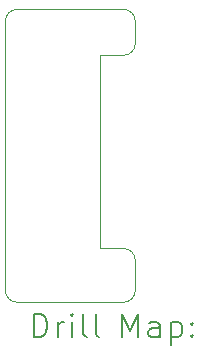
<source format=gbr>
%TF.GenerationSoftware,KiCad,Pcbnew,(7.0.0)*%
%TF.CreationDate,2023-02-28T22:47:43+01:00*%
%TF.ProjectId,N64-DENC-NUS-Adapter-Castellated,4e36342d-4445-44e4-932d-4e55532d4164,rev?*%
%TF.SameCoordinates,Original*%
%TF.FileFunction,Drillmap*%
%TF.FilePolarity,Positive*%
%FSLAX45Y45*%
G04 Gerber Fmt 4.5, Leading zero omitted, Abs format (unit mm)*
G04 Created by KiCad (PCBNEW (7.0.0)) date 2023-02-28 22:47:43*
%MOMM*%
%LPD*%
G01*
G04 APERTURE LIST*
%ADD10C,0.100000*%
%ADD11C,0.200000*%
G04 APERTURE END LIST*
D10*
X19300000Y-10610000D02*
G75*
G03*
X19400000Y-10510000I0J100000D01*
G01*
X18300000Y-10510000D02*
X18300000Y-8230000D01*
X18300000Y-10510000D02*
G75*
G03*
X18400000Y-10610000I100000J0D01*
G01*
X19100000Y-8520000D02*
X19100000Y-10155000D01*
X19100000Y-8520000D02*
X19300000Y-8520000D01*
X19400000Y-10255000D02*
X19400000Y-10510000D01*
X19400000Y-8230000D02*
X19400000Y-8420000D01*
X19300000Y-8520000D02*
G75*
G03*
X19400000Y-8420000I0J100000D01*
G01*
X19300000Y-10155000D02*
X19100000Y-10155000D01*
X19400000Y-8230000D02*
G75*
G03*
X19300000Y-8130000I-100000J0D01*
G01*
X18400000Y-8130000D02*
G75*
G03*
X18300000Y-8230000I0J-100000D01*
G01*
X18400000Y-8130000D02*
X19300000Y-8130000D01*
X19300000Y-10610000D02*
X18400000Y-10610000D01*
X19400000Y-10255000D02*
G75*
G03*
X19300000Y-10155000I-100000J0D01*
G01*
D11*
X18542619Y-10908476D02*
X18542619Y-10708476D01*
X18542619Y-10708476D02*
X18590238Y-10708476D01*
X18590238Y-10708476D02*
X18618810Y-10718000D01*
X18618810Y-10718000D02*
X18637857Y-10737048D01*
X18637857Y-10737048D02*
X18647381Y-10756095D01*
X18647381Y-10756095D02*
X18656905Y-10794190D01*
X18656905Y-10794190D02*
X18656905Y-10822762D01*
X18656905Y-10822762D02*
X18647381Y-10860857D01*
X18647381Y-10860857D02*
X18637857Y-10879905D01*
X18637857Y-10879905D02*
X18618810Y-10898952D01*
X18618810Y-10898952D02*
X18590238Y-10908476D01*
X18590238Y-10908476D02*
X18542619Y-10908476D01*
X18742619Y-10908476D02*
X18742619Y-10775143D01*
X18742619Y-10813238D02*
X18752143Y-10794190D01*
X18752143Y-10794190D02*
X18761667Y-10784667D01*
X18761667Y-10784667D02*
X18780714Y-10775143D01*
X18780714Y-10775143D02*
X18799762Y-10775143D01*
X18866429Y-10908476D02*
X18866429Y-10775143D01*
X18866429Y-10708476D02*
X18856905Y-10718000D01*
X18856905Y-10718000D02*
X18866429Y-10727524D01*
X18866429Y-10727524D02*
X18875952Y-10718000D01*
X18875952Y-10718000D02*
X18866429Y-10708476D01*
X18866429Y-10708476D02*
X18866429Y-10727524D01*
X18990238Y-10908476D02*
X18971190Y-10898952D01*
X18971190Y-10898952D02*
X18961667Y-10879905D01*
X18961667Y-10879905D02*
X18961667Y-10708476D01*
X19095000Y-10908476D02*
X19075952Y-10898952D01*
X19075952Y-10898952D02*
X19066429Y-10879905D01*
X19066429Y-10879905D02*
X19066429Y-10708476D01*
X19291190Y-10908476D02*
X19291190Y-10708476D01*
X19291190Y-10708476D02*
X19357857Y-10851333D01*
X19357857Y-10851333D02*
X19424524Y-10708476D01*
X19424524Y-10708476D02*
X19424524Y-10908476D01*
X19605476Y-10908476D02*
X19605476Y-10803714D01*
X19605476Y-10803714D02*
X19595952Y-10784667D01*
X19595952Y-10784667D02*
X19576905Y-10775143D01*
X19576905Y-10775143D02*
X19538809Y-10775143D01*
X19538809Y-10775143D02*
X19519762Y-10784667D01*
X19605476Y-10898952D02*
X19586429Y-10908476D01*
X19586429Y-10908476D02*
X19538809Y-10908476D01*
X19538809Y-10908476D02*
X19519762Y-10898952D01*
X19519762Y-10898952D02*
X19510238Y-10879905D01*
X19510238Y-10879905D02*
X19510238Y-10860857D01*
X19510238Y-10860857D02*
X19519762Y-10841810D01*
X19519762Y-10841810D02*
X19538809Y-10832286D01*
X19538809Y-10832286D02*
X19586429Y-10832286D01*
X19586429Y-10832286D02*
X19605476Y-10822762D01*
X19700714Y-10775143D02*
X19700714Y-10975143D01*
X19700714Y-10784667D02*
X19719762Y-10775143D01*
X19719762Y-10775143D02*
X19757857Y-10775143D01*
X19757857Y-10775143D02*
X19776905Y-10784667D01*
X19776905Y-10784667D02*
X19786429Y-10794190D01*
X19786429Y-10794190D02*
X19795952Y-10813238D01*
X19795952Y-10813238D02*
X19795952Y-10870381D01*
X19795952Y-10870381D02*
X19786429Y-10889429D01*
X19786429Y-10889429D02*
X19776905Y-10898952D01*
X19776905Y-10898952D02*
X19757857Y-10908476D01*
X19757857Y-10908476D02*
X19719762Y-10908476D01*
X19719762Y-10908476D02*
X19700714Y-10898952D01*
X19881667Y-10889429D02*
X19891190Y-10898952D01*
X19891190Y-10898952D02*
X19881667Y-10908476D01*
X19881667Y-10908476D02*
X19872143Y-10898952D01*
X19872143Y-10898952D02*
X19881667Y-10889429D01*
X19881667Y-10889429D02*
X19881667Y-10908476D01*
X19881667Y-10784667D02*
X19891190Y-10794190D01*
X19891190Y-10794190D02*
X19881667Y-10803714D01*
X19881667Y-10803714D02*
X19872143Y-10794190D01*
X19872143Y-10794190D02*
X19881667Y-10784667D01*
X19881667Y-10784667D02*
X19881667Y-10803714D01*
M02*

</source>
